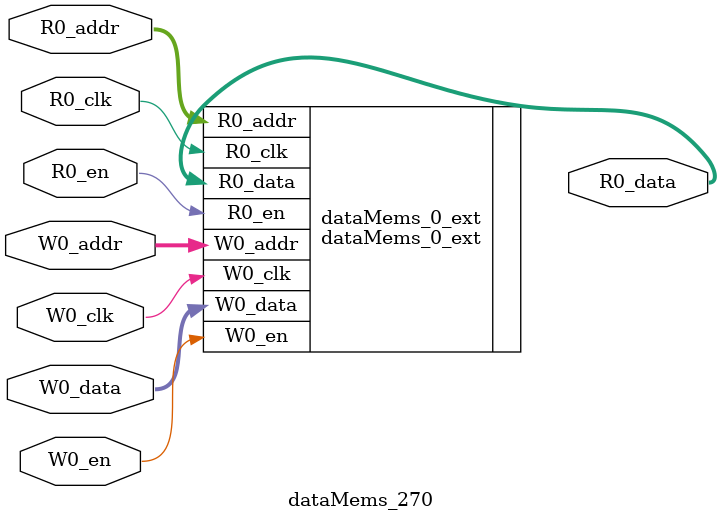
<source format=sv>
`ifndef RANDOMIZE
  `ifdef RANDOMIZE_REG_INIT
    `define RANDOMIZE
  `endif // RANDOMIZE_REG_INIT
`endif // not def RANDOMIZE
`ifndef RANDOMIZE
  `ifdef RANDOMIZE_MEM_INIT
    `define RANDOMIZE
  `endif // RANDOMIZE_MEM_INIT
`endif // not def RANDOMIZE

`ifndef RANDOM
  `define RANDOM $random
`endif // not def RANDOM

// Users can define 'PRINTF_COND' to add an extra gate to prints.
`ifndef PRINTF_COND_
  `ifdef PRINTF_COND
    `define PRINTF_COND_ (`PRINTF_COND)
  `else  // PRINTF_COND
    `define PRINTF_COND_ 1
  `endif // PRINTF_COND
`endif // not def PRINTF_COND_

// Users can define 'ASSERT_VERBOSE_COND' to add an extra gate to assert error printing.
`ifndef ASSERT_VERBOSE_COND_
  `ifdef ASSERT_VERBOSE_COND
    `define ASSERT_VERBOSE_COND_ (`ASSERT_VERBOSE_COND)
  `else  // ASSERT_VERBOSE_COND
    `define ASSERT_VERBOSE_COND_ 1
  `endif // ASSERT_VERBOSE_COND
`endif // not def ASSERT_VERBOSE_COND_

// Users can define 'STOP_COND' to add an extra gate to stop conditions.
`ifndef STOP_COND_
  `ifdef STOP_COND
    `define STOP_COND_ (`STOP_COND)
  `else  // STOP_COND
    `define STOP_COND_ 1
  `endif // STOP_COND
`endif // not def STOP_COND_

// Users can define INIT_RANDOM as general code that gets injected into the
// initializer block for modules with registers.
`ifndef INIT_RANDOM
  `define INIT_RANDOM
`endif // not def INIT_RANDOM

// If using random initialization, you can also define RANDOMIZE_DELAY to
// customize the delay used, otherwise 0.002 is used.
`ifndef RANDOMIZE_DELAY
  `define RANDOMIZE_DELAY 0.002
`endif // not def RANDOMIZE_DELAY

// Define INIT_RANDOM_PROLOG_ for use in our modules below.
`ifndef INIT_RANDOM_PROLOG_
  `ifdef RANDOMIZE
    `ifdef VERILATOR
      `define INIT_RANDOM_PROLOG_ `INIT_RANDOM
    `else  // VERILATOR
      `define INIT_RANDOM_PROLOG_ `INIT_RANDOM #`RANDOMIZE_DELAY begin end
    `endif // VERILATOR
  `else  // RANDOMIZE
    `define INIT_RANDOM_PROLOG_
  `endif // RANDOMIZE
`endif // not def INIT_RANDOM_PROLOG_

// Include register initializers in init blocks unless synthesis is set
`ifndef SYNTHESIS
  `ifndef ENABLE_INITIAL_REG_
    `define ENABLE_INITIAL_REG_
  `endif // not def ENABLE_INITIAL_REG_
`endif // not def SYNTHESIS

// Include rmemory initializers in init blocks unless synthesis is set
`ifndef SYNTHESIS
  `ifndef ENABLE_INITIAL_MEM_
    `define ENABLE_INITIAL_MEM_
  `endif // not def ENABLE_INITIAL_MEM_
`endif // not def SYNTHESIS

module dataMems_270(	// @[generators/ara/src/main/scala/UnsafeAXI4ToTL.scala:365:62]
  input  [4:0]  R0_addr,
  input         R0_en,
  input         R0_clk,
  output [66:0] R0_data,
  input  [4:0]  W0_addr,
  input         W0_en,
  input         W0_clk,
  input  [66:0] W0_data
);

  dataMems_0_ext dataMems_0_ext (	// @[generators/ara/src/main/scala/UnsafeAXI4ToTL.scala:365:62]
    .R0_addr (R0_addr),
    .R0_en   (R0_en),
    .R0_clk  (R0_clk),
    .R0_data (R0_data),
    .W0_addr (W0_addr),
    .W0_en   (W0_en),
    .W0_clk  (W0_clk),
    .W0_data (W0_data)
  );
endmodule


</source>
